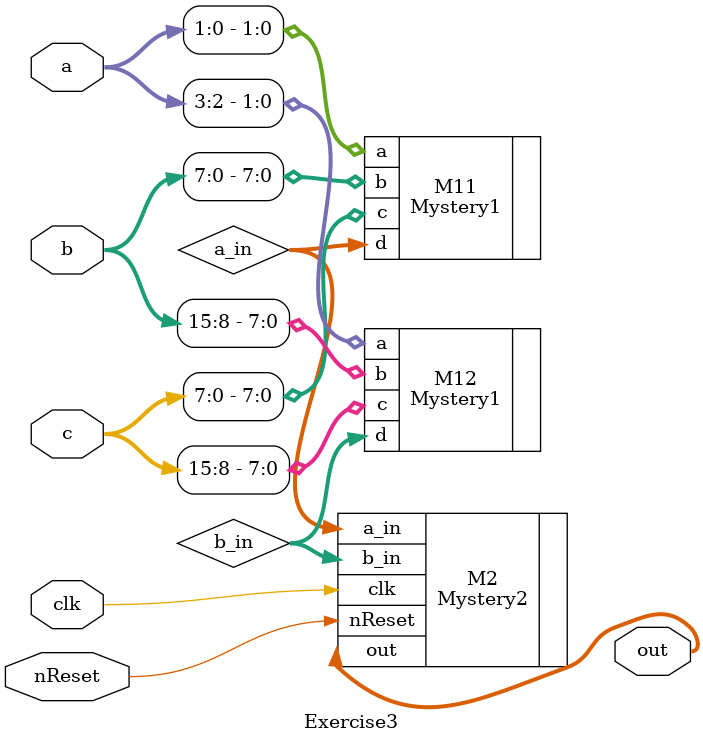
<source format=sv>
module Exercise3 (
    input clk,
    input nReset,
    input [3:0] a,
    input [15:0] b,
    input [15:0] c,
    output [15:0] out
);

logic [7:0] a_in, b_in;

Mystery1 M11 (.a(a[1:0]), .b(b[7:0]), .c(c[7:0]), .d(a_in));
Mystery1 M12 (.a(a[3:2]), .b(b[15:8]), .c(c[15:8]), .d(b_in));
Mystery2 M2  (.clk(clk), .nReset(nReset), .a_in(a_in), .b_in(b_in), .out(out));

endmodule

</source>
